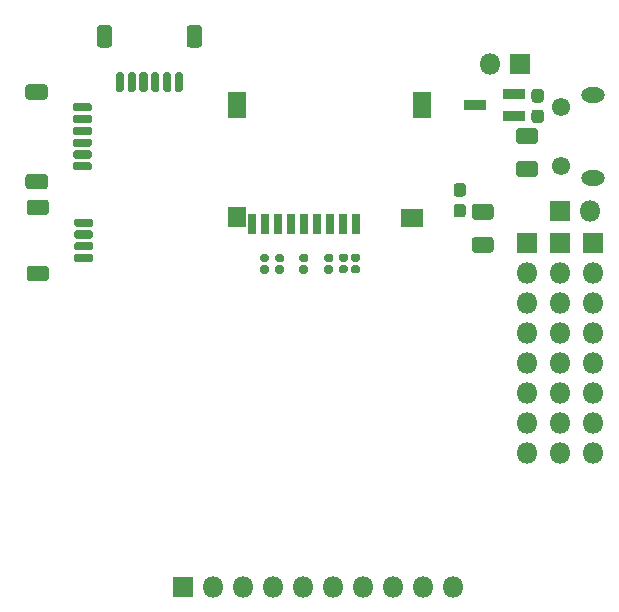
<source format=gbr>
%TF.GenerationSoftware,KiCad,Pcbnew,(5.1.6)-1*%
%TF.CreationDate,2020-09-08T22:29:01+07:00*%
%TF.ProjectId,Pixracer_clone,50697872-6163-4657-925f-636c6f6e652e,rev?*%
%TF.SameCoordinates,Original*%
%TF.FileFunction,Soldermask,Bot*%
%TF.FilePolarity,Negative*%
%FSLAX46Y46*%
G04 Gerber Fmt 4.6, Leading zero omitted, Abs format (unit mm)*
G04 Created by KiCad (PCBNEW (5.1.6)-1) date 2020-09-08 22:29:01*
%MOMM*%
%LPD*%
G01*
G04 APERTURE LIST*
%ADD10R,0.800000X1.700000*%
%ADD11R,1.500000X1.700000*%
%ADD12R,1.500000X2.300000*%
%ADD13R,1.900000X1.500000*%
%ADD14O,1.800000X1.800000*%
%ADD15R,1.800000X1.800000*%
%ADD16O,2.000000X1.300000*%
%ADD17C,1.550000*%
%ADD18R,1.900000X0.900000*%
G04 APERTURE END LIST*
D10*
%TO.C,SDcard*%
X172320000Y-89380000D03*
X171220000Y-89380000D03*
X170120000Y-89380000D03*
X169020000Y-89380000D03*
X167920000Y-89380000D03*
X166820000Y-89380000D03*
X165720000Y-89380000D03*
X164620000Y-89380000D03*
X163520000Y-89380000D03*
D11*
X162220000Y-88780000D03*
D12*
X162220000Y-79280000D03*
D13*
X177020000Y-88880000D03*
D12*
X177920000Y-79280000D03*
%TD*%
D14*
%TO.C,IMU_Debug*%
X180485000Y-120075000D03*
X177945000Y-120075000D03*
X175405000Y-120075000D03*
X172865000Y-120075000D03*
X170325000Y-120075000D03*
X167785000Y-120075000D03*
X165245000Y-120075000D03*
X162705000Y-120075000D03*
X160165000Y-120075000D03*
D15*
X157625000Y-120075000D03*
%TD*%
%TO.C,SPI3*%
G36*
G01*
X145929168Y-78825000D02*
X144570832Y-78825000D01*
G75*
G02*
X144300000Y-78554168I0J270832D01*
G01*
X144300000Y-77795832D01*
G75*
G02*
X144570832Y-77525000I270832J0D01*
G01*
X145929168Y-77525000D01*
G75*
G02*
X146200000Y-77795832I0J-270832D01*
G01*
X146200000Y-78554168D01*
G75*
G02*
X145929168Y-78825000I-270832J0D01*
G01*
G37*
G36*
G01*
X145929168Y-86425000D02*
X144570832Y-86425000D01*
G75*
G02*
X144300000Y-86154168I0J270832D01*
G01*
X144300000Y-85395832D01*
G75*
G02*
X144570832Y-85125000I270832J0D01*
G01*
X145929168Y-85125000D01*
G75*
G02*
X146200000Y-85395832I0J-270832D01*
G01*
X146200000Y-86154168D01*
G75*
G02*
X145929168Y-86425000I-270832J0D01*
G01*
G37*
G36*
G01*
X149775000Y-79825000D02*
X148475000Y-79825000D01*
G75*
G02*
X148300000Y-79650000I0J175000D01*
G01*
X148300000Y-79300000D01*
G75*
G02*
X148475000Y-79125000I175000J0D01*
G01*
X149775000Y-79125000D01*
G75*
G02*
X149950000Y-79300000I0J-175000D01*
G01*
X149950000Y-79650000D01*
G75*
G02*
X149775000Y-79825000I-175000J0D01*
G01*
G37*
G36*
G01*
X149775000Y-80825000D02*
X148475000Y-80825000D01*
G75*
G02*
X148300000Y-80650000I0J175000D01*
G01*
X148300000Y-80300000D01*
G75*
G02*
X148475000Y-80125000I175000J0D01*
G01*
X149775000Y-80125000D01*
G75*
G02*
X149950000Y-80300000I0J-175000D01*
G01*
X149950000Y-80650000D01*
G75*
G02*
X149775000Y-80825000I-175000J0D01*
G01*
G37*
G36*
G01*
X149775000Y-81825000D02*
X148475000Y-81825000D01*
G75*
G02*
X148300000Y-81650000I0J175000D01*
G01*
X148300000Y-81300000D01*
G75*
G02*
X148475000Y-81125000I175000J0D01*
G01*
X149775000Y-81125000D01*
G75*
G02*
X149950000Y-81300000I0J-175000D01*
G01*
X149950000Y-81650000D01*
G75*
G02*
X149775000Y-81825000I-175000J0D01*
G01*
G37*
G36*
G01*
X149775000Y-82825000D02*
X148475000Y-82825000D01*
G75*
G02*
X148300000Y-82650000I0J175000D01*
G01*
X148300000Y-82300000D01*
G75*
G02*
X148475000Y-82125000I175000J0D01*
G01*
X149775000Y-82125000D01*
G75*
G02*
X149950000Y-82300000I0J-175000D01*
G01*
X149950000Y-82650000D01*
G75*
G02*
X149775000Y-82825000I-175000J0D01*
G01*
G37*
G36*
G01*
X149775000Y-83825000D02*
X148475000Y-83825000D01*
G75*
G02*
X148300000Y-83650000I0J175000D01*
G01*
X148300000Y-83300000D01*
G75*
G02*
X148475000Y-83125000I175000J0D01*
G01*
X149775000Y-83125000D01*
G75*
G02*
X149950000Y-83300000I0J-175000D01*
G01*
X149950000Y-83650000D01*
G75*
G02*
X149775000Y-83825000I-175000J0D01*
G01*
G37*
G36*
G01*
X149775000Y-84825000D02*
X148475000Y-84825000D01*
G75*
G02*
X148300000Y-84650000I0J175000D01*
G01*
X148300000Y-84300000D01*
G75*
G02*
X148475000Y-84125000I175000J0D01*
G01*
X149775000Y-84125000D01*
G75*
G02*
X149950000Y-84300000I0J-175000D01*
G01*
X149950000Y-84650000D01*
G75*
G02*
X149775000Y-84825000I-175000J0D01*
G01*
G37*
%TD*%
D14*
%TO.C,J19*%
X192090000Y-88225000D03*
D15*
X189550000Y-88225000D03*
%TD*%
%TO.C,C39*%
G36*
G01*
X181337500Y-87050000D02*
X180812500Y-87050000D01*
G75*
G02*
X180550000Y-86787500I0J262500D01*
G01*
X180550000Y-86162500D01*
G75*
G02*
X180812500Y-85900000I262500J0D01*
G01*
X181337500Y-85900000D01*
G75*
G02*
X181600000Y-86162500I0J-262500D01*
G01*
X181600000Y-86787500D01*
G75*
G02*
X181337500Y-87050000I-262500J0D01*
G01*
G37*
G36*
G01*
X181337500Y-88800000D02*
X180812500Y-88800000D01*
G75*
G02*
X180550000Y-88537500I0J262500D01*
G01*
X180550000Y-87912500D01*
G75*
G02*
X180812500Y-87650000I262500J0D01*
G01*
X181337500Y-87650000D01*
G75*
G02*
X181600000Y-87912500I0J-262500D01*
G01*
X181600000Y-88537500D01*
G75*
G02*
X181337500Y-88800000I-262500J0D01*
G01*
G37*
%TD*%
%TO.C,UART1*%
G36*
G01*
X146029168Y-88600000D02*
X144670832Y-88600000D01*
G75*
G02*
X144400000Y-88329168I0J270832D01*
G01*
X144400000Y-87570832D01*
G75*
G02*
X144670832Y-87300000I270832J0D01*
G01*
X146029168Y-87300000D01*
G75*
G02*
X146300000Y-87570832I0J-270832D01*
G01*
X146300000Y-88329168D01*
G75*
G02*
X146029168Y-88600000I-270832J0D01*
G01*
G37*
G36*
G01*
X146029168Y-94200000D02*
X144670832Y-94200000D01*
G75*
G02*
X144400000Y-93929168I0J270832D01*
G01*
X144400000Y-93170832D01*
G75*
G02*
X144670832Y-92900000I270832J0D01*
G01*
X146029168Y-92900000D01*
G75*
G02*
X146300000Y-93170832I0J-270832D01*
G01*
X146300000Y-93929168D01*
G75*
G02*
X146029168Y-94200000I-270832J0D01*
G01*
G37*
G36*
G01*
X149875000Y-89600000D02*
X148575000Y-89600000D01*
G75*
G02*
X148400000Y-89425000I0J175000D01*
G01*
X148400000Y-89075000D01*
G75*
G02*
X148575000Y-88900000I175000J0D01*
G01*
X149875000Y-88900000D01*
G75*
G02*
X150050000Y-89075000I0J-175000D01*
G01*
X150050000Y-89425000D01*
G75*
G02*
X149875000Y-89600000I-175000J0D01*
G01*
G37*
G36*
G01*
X149875000Y-90600000D02*
X148575000Y-90600000D01*
G75*
G02*
X148400000Y-90425000I0J175000D01*
G01*
X148400000Y-90075000D01*
G75*
G02*
X148575000Y-89900000I175000J0D01*
G01*
X149875000Y-89900000D01*
G75*
G02*
X150050000Y-90075000I0J-175000D01*
G01*
X150050000Y-90425000D01*
G75*
G02*
X149875000Y-90600000I-175000J0D01*
G01*
G37*
G36*
G01*
X149875000Y-91600000D02*
X148575000Y-91600000D01*
G75*
G02*
X148400000Y-91425000I0J175000D01*
G01*
X148400000Y-91075000D01*
G75*
G02*
X148575000Y-90900000I175000J0D01*
G01*
X149875000Y-90900000D01*
G75*
G02*
X150050000Y-91075000I0J-175000D01*
G01*
X150050000Y-91425000D01*
G75*
G02*
X149875000Y-91600000I-175000J0D01*
G01*
G37*
G36*
G01*
X149875000Y-92600000D02*
X148575000Y-92600000D01*
G75*
G02*
X148400000Y-92425000I0J175000D01*
G01*
X148400000Y-92075000D01*
G75*
G02*
X148575000Y-91900000I175000J0D01*
G01*
X149875000Y-91900000D01*
G75*
G02*
X150050000Y-92075000I0J-175000D01*
G01*
X150050000Y-92425000D01*
G75*
G02*
X149875000Y-92600000I-175000J0D01*
G01*
G37*
%TD*%
D14*
%TO.C,Buzzer*%
X183635000Y-75825000D03*
D15*
X186175000Y-75825000D03*
%TD*%
%TO.C,Telemetry*%
G36*
G01*
X157950000Y-74154168D02*
X157950000Y-72795832D01*
G75*
G02*
X158220832Y-72525000I270832J0D01*
G01*
X158979168Y-72525000D01*
G75*
G02*
X159250000Y-72795832I0J-270832D01*
G01*
X159250000Y-74154168D01*
G75*
G02*
X158979168Y-74425000I-270832J0D01*
G01*
X158220832Y-74425000D01*
G75*
G02*
X157950000Y-74154168I0J270832D01*
G01*
G37*
G36*
G01*
X150350000Y-74154168D02*
X150350000Y-72795832D01*
G75*
G02*
X150620832Y-72525000I270832J0D01*
G01*
X151379168Y-72525000D01*
G75*
G02*
X151650000Y-72795832I0J-270832D01*
G01*
X151650000Y-74154168D01*
G75*
G02*
X151379168Y-74425000I-270832J0D01*
G01*
X150620832Y-74425000D01*
G75*
G02*
X150350000Y-74154168I0J270832D01*
G01*
G37*
G36*
G01*
X156950000Y-78000000D02*
X156950000Y-76700000D01*
G75*
G02*
X157125000Y-76525000I175000J0D01*
G01*
X157475000Y-76525000D01*
G75*
G02*
X157650000Y-76700000I0J-175000D01*
G01*
X157650000Y-78000000D01*
G75*
G02*
X157475000Y-78175000I-175000J0D01*
G01*
X157125000Y-78175000D01*
G75*
G02*
X156950000Y-78000000I0J175000D01*
G01*
G37*
G36*
G01*
X155950000Y-78000000D02*
X155950000Y-76700000D01*
G75*
G02*
X156125000Y-76525000I175000J0D01*
G01*
X156475000Y-76525000D01*
G75*
G02*
X156650000Y-76700000I0J-175000D01*
G01*
X156650000Y-78000000D01*
G75*
G02*
X156475000Y-78175000I-175000J0D01*
G01*
X156125000Y-78175000D01*
G75*
G02*
X155950000Y-78000000I0J175000D01*
G01*
G37*
G36*
G01*
X154950000Y-78000000D02*
X154950000Y-76700000D01*
G75*
G02*
X155125000Y-76525000I175000J0D01*
G01*
X155475000Y-76525000D01*
G75*
G02*
X155650000Y-76700000I0J-175000D01*
G01*
X155650000Y-78000000D01*
G75*
G02*
X155475000Y-78175000I-175000J0D01*
G01*
X155125000Y-78175000D01*
G75*
G02*
X154950000Y-78000000I0J175000D01*
G01*
G37*
G36*
G01*
X153950000Y-78000000D02*
X153950000Y-76700000D01*
G75*
G02*
X154125000Y-76525000I175000J0D01*
G01*
X154475000Y-76525000D01*
G75*
G02*
X154650000Y-76700000I0J-175000D01*
G01*
X154650000Y-78000000D01*
G75*
G02*
X154475000Y-78175000I-175000J0D01*
G01*
X154125000Y-78175000D01*
G75*
G02*
X153950000Y-78000000I0J175000D01*
G01*
G37*
G36*
G01*
X152950000Y-78000000D02*
X152950000Y-76700000D01*
G75*
G02*
X153125000Y-76525000I175000J0D01*
G01*
X153475000Y-76525000D01*
G75*
G02*
X153650000Y-76700000I0J-175000D01*
G01*
X153650000Y-78000000D01*
G75*
G02*
X153475000Y-78175000I-175000J0D01*
G01*
X153125000Y-78175000D01*
G75*
G02*
X152950000Y-78000000I0J175000D01*
G01*
G37*
G36*
G01*
X151950000Y-78000000D02*
X151950000Y-76700000D01*
G75*
G02*
X152125000Y-76525000I175000J0D01*
G01*
X152475000Y-76525000D01*
G75*
G02*
X152650000Y-76700000I0J-175000D01*
G01*
X152650000Y-78000000D01*
G75*
G02*
X152475000Y-78175000I-175000J0D01*
G01*
X152125000Y-78175000D01*
G75*
G02*
X151950000Y-78000000I0J175000D01*
G01*
G37*
%TD*%
D16*
%TO.C,J2*%
X192337500Y-78475000D03*
X192337500Y-85475000D03*
D17*
X189637500Y-79475000D03*
X189637500Y-84475000D03*
%TD*%
%TO.C,R17*%
G36*
G01*
X172447500Y-92560000D02*
X172052500Y-92560000D01*
G75*
G02*
X171880000Y-92387500I0J172500D01*
G01*
X171880000Y-92042500D01*
G75*
G02*
X172052500Y-91870000I172500J0D01*
G01*
X172447500Y-91870000D01*
G75*
G02*
X172620000Y-92042500I0J-172500D01*
G01*
X172620000Y-92387500D01*
G75*
G02*
X172447500Y-92560000I-172500J0D01*
G01*
G37*
G36*
G01*
X172447500Y-93530000D02*
X172052500Y-93530000D01*
G75*
G02*
X171880000Y-93357500I0J172500D01*
G01*
X171880000Y-93012500D01*
G75*
G02*
X172052500Y-92840000I172500J0D01*
G01*
X172447500Y-92840000D01*
G75*
G02*
X172620000Y-93012500I0J-172500D01*
G01*
X172620000Y-93357500D01*
G75*
G02*
X172447500Y-93530000I-172500J0D01*
G01*
G37*
%TD*%
%TO.C,R15*%
G36*
G01*
X171422500Y-92560000D02*
X171027500Y-92560000D01*
G75*
G02*
X170855000Y-92387500I0J172500D01*
G01*
X170855000Y-92042500D01*
G75*
G02*
X171027500Y-91870000I172500J0D01*
G01*
X171422500Y-91870000D01*
G75*
G02*
X171595000Y-92042500I0J-172500D01*
G01*
X171595000Y-92387500D01*
G75*
G02*
X171422500Y-92560000I-172500J0D01*
G01*
G37*
G36*
G01*
X171422500Y-93530000D02*
X171027500Y-93530000D01*
G75*
G02*
X170855000Y-93357500I0J172500D01*
G01*
X170855000Y-93012500D01*
G75*
G02*
X171027500Y-92840000I172500J0D01*
G01*
X171422500Y-92840000D01*
G75*
G02*
X171595000Y-93012500I0J-172500D01*
G01*
X171595000Y-93357500D01*
G75*
G02*
X171422500Y-93530000I-172500J0D01*
G01*
G37*
%TD*%
%TO.C,R14*%
G36*
G01*
X170172500Y-92585000D02*
X169777500Y-92585000D01*
G75*
G02*
X169605000Y-92412500I0J172500D01*
G01*
X169605000Y-92067500D01*
G75*
G02*
X169777500Y-91895000I172500J0D01*
G01*
X170172500Y-91895000D01*
G75*
G02*
X170345000Y-92067500I0J-172500D01*
G01*
X170345000Y-92412500D01*
G75*
G02*
X170172500Y-92585000I-172500J0D01*
G01*
G37*
G36*
G01*
X170172500Y-93555000D02*
X169777500Y-93555000D01*
G75*
G02*
X169605000Y-93382500I0J172500D01*
G01*
X169605000Y-93037500D01*
G75*
G02*
X169777500Y-92865000I172500J0D01*
G01*
X170172500Y-92865000D01*
G75*
G02*
X170345000Y-93037500I0J-172500D01*
G01*
X170345000Y-93382500D01*
G75*
G02*
X170172500Y-93555000I-172500J0D01*
G01*
G37*
%TD*%
%TO.C,R13*%
G36*
G01*
X168072500Y-92585000D02*
X167677500Y-92585000D01*
G75*
G02*
X167505000Y-92412500I0J172500D01*
G01*
X167505000Y-92067500D01*
G75*
G02*
X167677500Y-91895000I172500J0D01*
G01*
X168072500Y-91895000D01*
G75*
G02*
X168245000Y-92067500I0J-172500D01*
G01*
X168245000Y-92412500D01*
G75*
G02*
X168072500Y-92585000I-172500J0D01*
G01*
G37*
G36*
G01*
X168072500Y-93555000D02*
X167677500Y-93555000D01*
G75*
G02*
X167505000Y-93382500I0J172500D01*
G01*
X167505000Y-93037500D01*
G75*
G02*
X167677500Y-92865000I172500J0D01*
G01*
X168072500Y-92865000D01*
G75*
G02*
X168245000Y-93037500I0J-172500D01*
G01*
X168245000Y-93382500D01*
G75*
G02*
X168072500Y-93555000I-172500J0D01*
G01*
G37*
%TD*%
%TO.C,R12*%
G36*
G01*
X164747500Y-92585000D02*
X164352500Y-92585000D01*
G75*
G02*
X164180000Y-92412500I0J172500D01*
G01*
X164180000Y-92067500D01*
G75*
G02*
X164352500Y-91895000I172500J0D01*
G01*
X164747500Y-91895000D01*
G75*
G02*
X164920000Y-92067500I0J-172500D01*
G01*
X164920000Y-92412500D01*
G75*
G02*
X164747500Y-92585000I-172500J0D01*
G01*
G37*
G36*
G01*
X164747500Y-93555000D02*
X164352500Y-93555000D01*
G75*
G02*
X164180000Y-93382500I0J172500D01*
G01*
X164180000Y-93037500D01*
G75*
G02*
X164352500Y-92865000I172500J0D01*
G01*
X164747500Y-92865000D01*
G75*
G02*
X164920000Y-93037500I0J-172500D01*
G01*
X164920000Y-93382500D01*
G75*
G02*
X164747500Y-93555000I-172500J0D01*
G01*
G37*
%TD*%
%TO.C,R11*%
G36*
G01*
X166022500Y-92585000D02*
X165627500Y-92585000D01*
G75*
G02*
X165455000Y-92412500I0J172500D01*
G01*
X165455000Y-92067500D01*
G75*
G02*
X165627500Y-91895000I172500J0D01*
G01*
X166022500Y-91895000D01*
G75*
G02*
X166195000Y-92067500I0J-172500D01*
G01*
X166195000Y-92412500D01*
G75*
G02*
X166022500Y-92585000I-172500J0D01*
G01*
G37*
G36*
G01*
X166022500Y-93555000D02*
X165627500Y-93555000D01*
G75*
G02*
X165455000Y-93382500I0J172500D01*
G01*
X165455000Y-93037500D01*
G75*
G02*
X165627500Y-92865000I172500J0D01*
G01*
X166022500Y-92865000D01*
G75*
G02*
X166195000Y-93037500I0J-172500D01*
G01*
X166195000Y-93382500D01*
G75*
G02*
X166022500Y-93555000I-172500J0D01*
G01*
G37*
%TD*%
%TO.C,R2*%
G36*
G01*
X187937500Y-79075000D02*
X187412500Y-79075000D01*
G75*
G02*
X187150000Y-78812500I0J262500D01*
G01*
X187150000Y-78187500D01*
G75*
G02*
X187412500Y-77925000I262500J0D01*
G01*
X187937500Y-77925000D01*
G75*
G02*
X188200000Y-78187500I0J-262500D01*
G01*
X188200000Y-78812500D01*
G75*
G02*
X187937500Y-79075000I-262500J0D01*
G01*
G37*
G36*
G01*
X187937500Y-80825000D02*
X187412500Y-80825000D01*
G75*
G02*
X187150000Y-80562500I0J262500D01*
G01*
X187150000Y-79937500D01*
G75*
G02*
X187412500Y-79675000I262500J0D01*
G01*
X187937500Y-79675000D01*
G75*
G02*
X188200000Y-79937500I0J-262500D01*
G01*
X188200000Y-80562500D01*
G75*
G02*
X187937500Y-80825000I-262500J0D01*
G01*
G37*
%TD*%
D18*
%TO.C,Q1*%
X182375000Y-79275000D03*
X185675000Y-80225000D03*
X185675000Y-78325000D03*
%TD*%
D14*
%TO.C,J5*%
X189525000Y-108780000D03*
X189525000Y-106240000D03*
X189525000Y-103700000D03*
X189525000Y-101160000D03*
X189525000Y-98620000D03*
X189525000Y-96080000D03*
X189525000Y-93540000D03*
D15*
X189525000Y-91000000D03*
%TD*%
D14*
%TO.C,J4*%
X192375000Y-108780000D03*
X192375000Y-106240000D03*
X192375000Y-103700000D03*
X192375000Y-101160000D03*
X192375000Y-98620000D03*
X192375000Y-96080000D03*
X192375000Y-93540000D03*
D15*
X192375000Y-91000000D03*
%TD*%
D14*
%TO.C,J3*%
X186810000Y-108740000D03*
X186810000Y-106200000D03*
X186810000Y-103660000D03*
X186810000Y-101120000D03*
X186810000Y-98580000D03*
X186810000Y-96040000D03*
X186810000Y-93500000D03*
D15*
X186810000Y-90960000D03*
%TD*%
%TO.C,D2*%
G36*
G01*
X182370000Y-90450000D02*
X183680000Y-90450000D01*
G75*
G02*
X183950000Y-90720000I0J-270000D01*
G01*
X183950000Y-91530000D01*
G75*
G02*
X183680000Y-91800000I-270000J0D01*
G01*
X182370000Y-91800000D01*
G75*
G02*
X182100000Y-91530000I0J270000D01*
G01*
X182100000Y-90720000D01*
G75*
G02*
X182370000Y-90450000I270000J0D01*
G01*
G37*
G36*
G01*
X182370000Y-87650000D02*
X183680000Y-87650000D01*
G75*
G02*
X183950000Y-87920000I0J-270000D01*
G01*
X183950000Y-88730000D01*
G75*
G02*
X183680000Y-89000000I-270000J0D01*
G01*
X182370000Y-89000000D01*
G75*
G02*
X182100000Y-88730000I0J270000D01*
G01*
X182100000Y-87920000D01*
G75*
G02*
X182370000Y-87650000I270000J0D01*
G01*
G37*
%TD*%
%TO.C,D1*%
G36*
G01*
X186120000Y-84025000D02*
X187430000Y-84025000D01*
G75*
G02*
X187700000Y-84295000I0J-270000D01*
G01*
X187700000Y-85105000D01*
G75*
G02*
X187430000Y-85375000I-270000J0D01*
G01*
X186120000Y-85375000D01*
G75*
G02*
X185850000Y-85105000I0J270000D01*
G01*
X185850000Y-84295000D01*
G75*
G02*
X186120000Y-84025000I270000J0D01*
G01*
G37*
G36*
G01*
X186120000Y-81225000D02*
X187430000Y-81225000D01*
G75*
G02*
X187700000Y-81495000I0J-270000D01*
G01*
X187700000Y-82305000D01*
G75*
G02*
X187430000Y-82575000I-270000J0D01*
G01*
X186120000Y-82575000D01*
G75*
G02*
X185850000Y-82305000I0J270000D01*
G01*
X185850000Y-81495000D01*
G75*
G02*
X186120000Y-81225000I270000J0D01*
G01*
G37*
%TD*%
M02*

</source>
